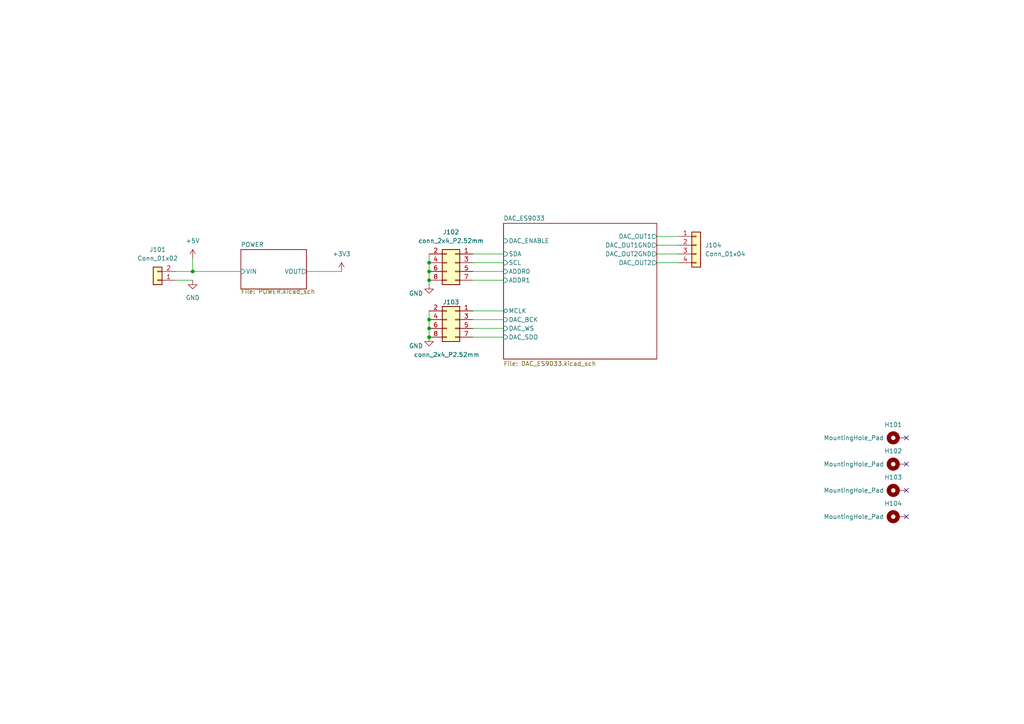
<source format=kicad_sch>
(kicad_sch (version 20211123) (generator eeschema)
  (paper "A4")
  (title_block (title "ES9033 DAC prototype") (date "2022-09-09") (rev "0.1") (company "Fabian Muehlberger "))
  (lib_symbols
    (symbol "Connector_Generic:Conn_01x02" (pin_names (offset 1.016) hide)
      (property "Reference" "J" (at 0 2.54 0))
      (property "Value" "Conn_01x02" (at 0 -5.08 0))
      (symbol "Conn_01x02_1_1"
        (rectangle (start -1.27 -2.413) (end 0 -2.667) (stroke (width 0.1524)))
        (rectangle (start -1.27 0.127) (end 0 -0.127) (stroke (width 0.1524)))
        (rectangle (start -1.27 1.27) (end 1.27 -3.81) (stroke (width 0.254)) (fill (type background)))
        (pin passive line (at -5.08 0 0) (length 3.81) (name "Pin_1") (number "1"))
        (pin passive line (at -5.08 -2.54 0) (length 3.81) (name "Pin_2") (number "2"))
      )
    )
    (symbol "Connector_Generic:Conn_01x04" (pin_names (offset 1.016) hide)
      (property "Reference" "J" (at 0 5.08 0))
      (property "Value" "Conn_01x04" (at 0 -7.62 0))
      (symbol "Conn_01x04_1_1"
        (rectangle (start -1.27 -4.953) (end 0 -5.207) (stroke (width 0.1524)))
        (rectangle (start -1.27 -2.413) (end 0 -2.667) (stroke (width 0.1524)))
        (rectangle (start -1.27 0.127) (end 0 -0.127) (stroke (width 0.1524)))
        (rectangle (start -1.27 2.667) (end 0 2.413) (stroke (width 0.1524)))
        (rectangle (start -1.27 3.81) (end 1.27 -6.35) (stroke (width 0.254)) (fill (type background)))
        (pin passive line (at -5.08 2.54 0) (length 3.81) (name "Pin_1") (number "1"))
        (pin passive line (at -5.08 0 0) (length 3.81) (name "Pin_2") (number "2"))
        (pin passive line (at -5.08 -2.54 0) (length 3.81) (name "Pin_3") (number "3"))
        (pin passive line (at -5.08 -5.08 0) (length 3.81) (name "Pin_4") (number "4"))
      )
    )
    (symbol "Connector_Generic:Conn_02x04_Odd_Even" (pin_names (offset 1.016) hide)
      (property "Reference" "J" (at 1.27 5.08 0))
      (property "Value" "Conn_02x04_Odd_Even" (at 1.27 -7.62 0))
      (symbol "Conn_02x04_Odd_Even_1_1"
        (rectangle (start -1.27 -4.953) (end 0 -5.207) (stroke (width 0.1524)))
        (rectangle (start -1.27 -2.413) (end 0 -2.667) (stroke (width 0.1524)))
        (rectangle (start -1.27 0.127) (end 0 -0.127) (stroke (width 0.1524)))
        (rectangle (start -1.27 2.667) (end 0 2.413) (stroke (width 0.1524)))
        (rectangle (start -1.27 3.81) (end 3.81 -6.35) (stroke (width 0.254)) (fill (type background)))
        (rectangle (start 3.81 -4.953) (end 2.54 -5.207) (stroke (width 0.1524)))
        (rectangle (start 3.81 -2.413) (end 2.54 -2.667) (stroke (width 0.1524)))
        (rectangle (start 3.81 0.127) (end 2.54 -0.127) (stroke (width 0.1524)))
        (rectangle (start 3.81 2.667) (end 2.54 2.413) (stroke (width 0.1524)))
        (pin passive line (at -5.08 2.54 0) (length 3.81) (name "Pin_1") (number "1"))
        (pin passive line (at 7.62 2.54 180) (length 3.81) (name "Pin_2") (number "2"))
        (pin passive line (at -5.08 0 0) (length 3.81) (name "Pin_3") (number "3"))
        (pin passive line (at 7.62 0 180) (length 3.81) (name "Pin_4") (number "4"))
        (pin passive line (at -5.08 -2.54 0) (length 3.81) (name "Pin_5") (number "5"))
        (pin passive line (at 7.62 -2.54 180) (length 3.81) (name "Pin_6") (number "6"))
        (pin passive line (at -5.08 -5.08 0) (length 3.81) (name "Pin_7") (number "7"))
        (pin passive line (at 7.62 -5.08 180) (length 3.81) (name "Pin_8") (number "8"))
      )
    )
    (symbol "Mechanical:MountingHole_Pad" (pin_numbers hide) (pin_names (offset 1.016) hide)
      (property "Reference" "H" (at 0 6.35 0))
      (property "Value" "MountingHole_Pad" (at 0 4.445 0))
      (symbol "MountingHole_Pad_0_1"
        (circle (center 0 1.27) (radius 1.27) (stroke (width 1.27)))
      )
      (symbol "MountingHole_Pad_1_1"
        (pin input line (at 0 -2.54 90) (length 2.54) (name "1") (number "1"))
      )
    )
    (symbol "power:+3V3" (power) (pin_names (offset 0))
      (property "Value" "+3V3" (at 0 3.556 0))
      (symbol "+3V3_0_1"
        (polyline (pts (xy -0.762 1.27) (xy 0 2.54)))
        (polyline (pts (xy 0 0) (xy 0 2.54)))
        (polyline (pts (xy 0 2.54) (xy 0.762 1.27)))
      )
      (symbol "+3V3_1_1"
        (pin power_in line (at 0 0 90) (length 0) hide (name "+3V3") (number "1"))
      )
    )
    (symbol "power:+5V" (power) (pin_names (offset 0))
      (property "Value" "+5V" (at 0 3.556 0))
      (symbol "+5V_0_1"
        (polyline (pts (xy -0.762 1.27) (xy 0 2.54)))
        (polyline (pts (xy 0 0) (xy 0 2.54)))
        (polyline (pts (xy 0 2.54) (xy 0.762 1.27)))
      )
      (symbol "+5V_1_1"
        (pin power_in line (at 0 0 90) (length 0) hide (name "+5V") (number "1"))
      )
    )
    (symbol "power:GND" (power) (pin_names (offset 0))
      (property "Value" "GND" (at 0 -3.81 0))
      (symbol "GND_0_1"
        (polyline (pts (xy 0 0) (xy 0 -1.27) (xy 1.27 -1.27) (xy 0 -2.54) (xy -1.27 -1.27) (xy 0 -1.27)))
      )
      (symbol "GND_1_1"
        (pin power_in line (at 0 0 270) (length 0) hide (name "GND") (number "1"))
      )
    )
  )
  (junction (at 55.88 78.74))
  (junction (at 124.46 97.79))
  (junction (at 124.46 81.28))
  (junction (at 124.46 76.2))
  (junction (at 124.46 78.74))
  (junction (at 124.46 92.71))
  (junction (at 124.46 95.25))
  (no_connect (at 262.89 127))
  (no_connect (at 262.89 134.62))
  (no_connect (at 262.89 142.24))
  (no_connect (at 262.89 149.86))
  (wire (pts (xy 190.5 76.2) (xy 196.85 76.2)))
  (wire (pts (xy 55.88 78.74) (xy 55.88 74.93)))
  (wire (pts (xy 137.16 90.17) (xy 146.05 90.17)))
  (wire (pts (xy 124.46 76.2) (xy 124.46 78.74)))
  (wire (pts (xy 137.16 73.66) (xy 146.05 73.66)))
  (wire (pts (xy 124.46 95.25) (xy 124.46 97.79)))
  (wire (pts (xy 137.16 76.2) (xy 146.05 76.2)))
  (wire (pts (xy 137.16 78.74) (xy 146.05 78.74)))
  (wire (pts (xy 124.46 73.66) (xy 124.46 76.2)))
  (wire (pts (xy 124.46 78.74) (xy 124.46 81.28)))
  (wire (pts (xy 190.5 73.66) (xy 196.85 73.66)))
  (wire (pts (xy 88.9 78.74) (xy 99.06 78.74)))
  (wire (pts (xy 50.8 78.74) (xy 55.88 78.74)))
  (wire (pts (xy 190.5 68.58) (xy 196.85 68.58)))
  (wire (pts (xy 124.46 81.28) (xy 124.46 82.55)))
  (wire (pts (xy 137.16 92.71) (xy 146.05 92.71)))
  (wire (pts (xy 124.46 90.17) (xy 124.46 92.71)))
  (wire (pts (xy 55.88 78.74) (xy 69.85 78.74)))
  (wire (pts (xy 137.16 81.28) (xy 146.05 81.28)))
  (wire (pts (xy 137.16 95.25) (xy 146.05 95.25)))
  (wire (pts (xy 124.46 92.71) (xy 124.46 95.25)))
  (wire (pts (xy 55.88 81.28) (xy 50.8 81.28)))
  (wire (pts (xy 137.16 97.79) (xy 146.05 97.79)))
  (wire (pts (xy 190.5 71.12) (xy 196.85 71.12)))
  (symbol (lib_id "power:GND") (at 124.46 97.79 0) (unit 1)
    (property "Reference" "#PWR0105" (effects hide))
    (property "Value" "GND" (at 120.65 100.33 0))
  )
  (symbol (lib_id "power:+5V") (at 55.88 74.93 0) (unit 1)
    (property "Reference" "#PWR0101" (effects hide))
    (property "Value" "+5V" (at 55.88 69.85 0))
  )
  (symbol (lib_id "Mechanical:MountingHole_Pad") (at 260.35 127 90) (unit 1)
    (property "Reference" "H101" (at 259.08 123.19 90))
    (property "Value" "MountingHole_Pad" (at 247.65 127 90))
    (property "Footprint" "MountingHole:MountingHole_3.2mm_M3_DIN965_Pad" (effects hide))
  )
  (symbol (lib_id "Mechanical:MountingHole_Pad") (at 260.35 149.86 90) (unit 1)
    (property "Reference" "H104" (at 259.08 146.05 90))
    (property "Value" "MountingHole_Pad" (at 247.65 149.86 90))
    (property "Footprint" "MountingHole:MountingHole_3.2mm_M3_DIN965_Pad" (effects hide))
  )
  (symbol (lib_id "Connector_Generic:Conn_01x04") (at 201.93 71.12 0) (unit 1)
    (property "Reference" "J104" (at 204.47 71.1199 0) (effects (justify left)))
    (property "Value" "Conn_01x04" (at 204.47 73.6599 0) (effects (justify left)))
    (property "Footprint" "Connector_PinHeader_2.54mm:PinHeader_1x04_P2.54mm_Vertical" (effects hide))
  )
  (symbol (lib_id "power:GND") (at 124.46 82.55 0) (unit 1)
    (property "Reference" "#PWR0104" (effects hide))
    (property "Value" "GND" (at 120.65 85.09 0))
  )
  (symbol (lib_id "power:+3V3") (at 99.06 78.74 0) (unit 1)
    (property "Reference" "#PWR0103" (effects hide))
    (property "Value" "+3V3" (at 99.06 73.66 0))
  )
  (symbol (lib_id "Connector_Generic:Conn_01x02") (at 45.72 81.28 180) (unit 1)
    (property "Reference" "J101" (at 45.72 72.39 0))
    (property "Value" "Conn_01x02" (at 45.72 74.93 0))
    (property "Footprint" "Connector_PinHeader_2.54mm:PinHeader_1x02_P2.54mm_Vertical" (effects hide))
  )
  (symbol (lib_id "Mechanical:MountingHole_Pad") (at 260.35 142.24 90) (unit 1)
    (property "Reference" "H103" (at 259.08 138.43 90))
    (property "Value" "MountingHole_Pad" (at 247.65 142.24 90))
    (property "Footprint" "MountingHole:MountingHole_3.2mm_M3_DIN965_Pad" (effects hide))
  )
  (symbol (lib_id "Connector_Generic:Conn_02x04_Odd_Even") (at 132.08 76.2 0) (mirror y) (unit 1)
    (property "Reference" "J102" (at 130.81 67.31 0))
    (property "Value" "conn_2x4_P2.52mm" (at 130.81 69.85 0))
    (property "Footprint" "Connector_PinHeader_2.54mm:PinHeader_2x04_P2.54mm_Vertical" (effects hide))
  )
  (symbol (lib_id "Mechanical:MountingHole_Pad") (at 260.35 134.62 90) (unit 1)
    (property "Reference" "H102" (at 259.08 130.81 90))
    (property "Value" "MountingHole_Pad" (at 247.65 134.62 90))
    (property "Footprint" "MountingHole:MountingHole_3.2mm_M3_DIN965_Pad" (effects hide))
  )
  (symbol (lib_id "power:GND") (at 55.88 81.28 0) (unit 1)
    (property "Reference" "#PWR0102" (effects hide))
    (property "Value" "GND" (at 55.88 86.36 0))
  )
  (symbol (lib_id "Connector_Generic:Conn_02x04_Odd_Even") (at 132.08 92.71 0) (mirror y) (unit 1)
    (property "Reference" "J103" (at 130.81 87.63 0))
    (property "Value" "conn_2x4_P2.52mm" (at 129.54 102.87 0))
    (property "Footprint" "Connector_PinHeader_2.54mm:PinHeader_2x04_P2.54mm_Vertical" (effects hide))
  )
  (sheet (at 69.85 72.39) (size 19.05 11.43) (stroke (width 0.1524))
    (property "Sheet name" "POWER" (at 69.85 71.6784 0) (effects (justify left bottom)))
    (property "Sheet file" "POWER.kicad_sch" (at 69.85 83.82 0) (effects (justify left top)))
    (pin "VIN" input (at 69.85 78.74 180))
    (pin "VOUT" output (at 88.9 78.74 0))
  )
  (sheet (at 146.05 64.77) (size 44.45 39.37) (stroke (width 0.1524))
    (property "Sheet name" "DAC_ES9033" (at 146.05 64.0584 0) (effects (justify left bottom)))
    (property "Sheet file" "DAC_ES9033.kicad_sch" (at 146.05 104.7246 0) (effects (justify left top)))
    (pin "DAC_OUT1" output (at 190.5 68.58 0))
    (pin "SDA" input (at 146.05 73.66 180))
    (pin "ADDR1" input (at 146.05 81.28 180))
    (pin "DAC_ENABLE" input (at 146.05 69.85 180))
    (pin "SCL" input (at 146.05 76.2 180))
    (pin "DAC_BCK" input (at 146.05 92.71 180))
    (pin "DAC_WS" input (at 146.05 95.25 180))
    (pin "ADDR0" input (at 146.05 78.74 180))
    (pin "DAC_SDO" input (at 146.05 97.79 180))
    (pin "DAC_OUT2" output (at 190.5 76.2 0))
    (pin "DAC_OUT1GND" output (at 190.5 71.12 0))
    (pin "DAC_OUT2GND" output (at 190.5 73.66 0))
    (pin "MCLK" bidirectional (at 146.05 90.17 180))
  )
)
</source>
